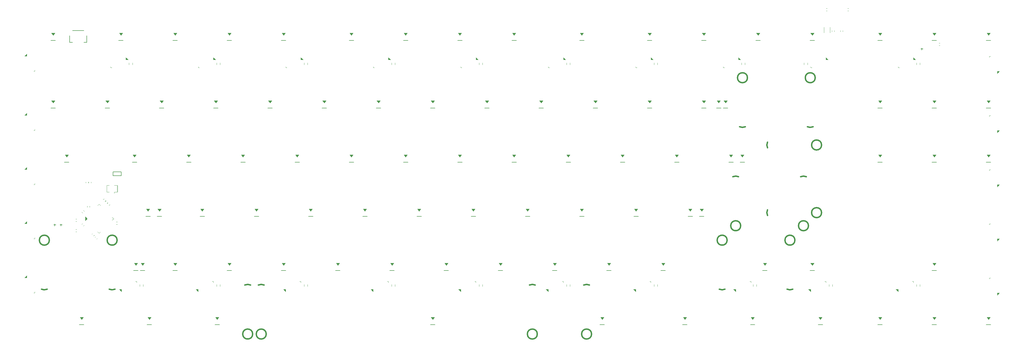
<source format=gbr>
%TF.GenerationSoftware,KiCad,Pcbnew,(5.1.12)-1*%
%TF.CreationDate,2022-11-23T00:37:26+07:00*%
%TF.ProjectId,Solder - Copy,536f6c64-6572-4202-9d20-436f70792e6b,rev?*%
%TF.SameCoordinates,Original*%
%TF.FileFunction,Legend,Bot*%
%TF.FilePolarity,Positive*%
%FSLAX46Y46*%
G04 Gerber Fmt 4.6, Leading zero omitted, Abs format (unit mm)*
G04 Created by KiCad (PCBNEW (5.1.12)-1) date 2022-11-23 00:37:26*
%MOMM*%
%LPD*%
G01*
G04 APERTURE LIST*
%ADD10C,0.120000*%
%ADD11C,0.100000*%
%ADD12C,0.150000*%
%ADD13C,0.500000*%
G04 APERTURE END LIST*
D10*
%TO.C,C9*%
X66929550Y-45493352D02*
X66929550Y-44793352D01*
X65729550Y-44793352D02*
X65729550Y-45493352D01*
%TO.C,C28*%
X96469550Y-122779355D02*
X96469550Y-123479355D01*
X97669550Y-123479355D02*
X97669550Y-122779355D01*
%TO.C,C27*%
X127209550Y-122779355D02*
X127209550Y-123479355D01*
X128409550Y-123479355D02*
X128409550Y-122779355D01*
%TO.C,C26*%
X188689550Y-122779355D02*
X188689550Y-123479355D01*
X189889550Y-123479355D02*
X189889550Y-122779355D01*
%TO.C,C25*%
X342389550Y-122779355D02*
X342389550Y-123479355D01*
X343589550Y-123479355D02*
X343589550Y-122779355D01*
%TO.C,C24*%
X69519550Y-122779355D02*
X69519550Y-123479355D01*
X70719550Y-123479355D02*
X70719550Y-122779355D01*
%TO.C,C23*%
X219429550Y-122779355D02*
X219429550Y-123479355D01*
X220629550Y-123479355D02*
X220629550Y-122779355D01*
%TO.C,C22*%
X312853867Y-123479355D02*
X312853867Y-122779355D01*
X311653867Y-122779355D02*
X311653867Y-123479355D01*
%TO.C,C21*%
X157949550Y-122779355D02*
X157949550Y-123479355D01*
X159149550Y-123479355D02*
X159149550Y-122779355D01*
%TO.C,C20*%
X284940212Y-122779355D02*
X284940212Y-123479355D01*
X286140212Y-123479355D02*
X286140212Y-122779355D01*
%TO.C,C19*%
X250169550Y-122779355D02*
X250169550Y-123479355D01*
X251369550Y-123479355D02*
X251369550Y-122779355D01*
%TO.C,C18*%
X342389550Y-44793352D02*
X342389550Y-45493352D01*
X343589550Y-45493352D02*
X343589550Y-44793352D01*
%TO.C,C17*%
X304079344Y-45493352D02*
X304079344Y-44793352D01*
X302879344Y-44793352D02*
X302879344Y-45493352D01*
%TO.C,C16*%
X189889550Y-45493352D02*
X189889550Y-44793352D01*
X188689550Y-44793352D02*
X188689550Y-45493352D01*
%TO.C,C15*%
X282109550Y-45493352D02*
X282109550Y-44793352D01*
X280909550Y-44793352D02*
X280909550Y-45493352D01*
%TO.C,C14*%
X220629550Y-45493352D02*
X220629550Y-44793352D01*
X219429550Y-44793352D02*
X219429550Y-45493352D01*
%TO.C,C13*%
X159149550Y-45493352D02*
X159149550Y-44793352D01*
X157949550Y-44793352D02*
X157949550Y-45493352D01*
%TO.C,C12*%
X251369550Y-45493352D02*
X251369550Y-44793352D01*
X250169550Y-44793352D02*
X250169550Y-45493352D01*
%TO.C,C11*%
X128409550Y-45493352D02*
X128409550Y-44793352D01*
X127209550Y-44793352D02*
X127209550Y-45493352D01*
%TO.C,C10*%
X97669550Y-45493352D02*
X97669550Y-44793352D01*
X96469550Y-44793352D02*
X96469550Y-45493352D01*
D11*
%TO.C,RGB5*%
G36*
X96152719Y-43746352D02*
G01*
X95352719Y-43746352D01*
X95352719Y-42946352D01*
X96152719Y-43746352D01*
G37*
X96152719Y-43746352D02*
X95352719Y-43746352D01*
X95352719Y-42946352D01*
X96152719Y-43746352D01*
D10*
X90035719Y-46543352D02*
X90035719Y-46143352D01*
X90035719Y-46543352D02*
X90435719Y-46543352D01*
D11*
%TO.C,RGB30*%
G36*
X62267237Y-124526355D02*
G01*
X63067237Y-124526355D01*
X63067237Y-125326355D01*
X62267237Y-124526355D01*
G37*
X62267237Y-124526355D02*
X63067237Y-124526355D01*
X63067237Y-125326355D01*
X62267237Y-124526355D01*
D10*
X68384237Y-121729355D02*
X68384237Y-122129355D01*
X68384237Y-121729355D02*
X67984237Y-121729355D01*
D11*
%TO.C,RGB29*%
G36*
X89216867Y-124526355D02*
G01*
X90016867Y-124526355D01*
X90016867Y-125326355D01*
X89216867Y-124526355D01*
G37*
X89216867Y-124526355D02*
X90016867Y-124526355D01*
X90016867Y-125326355D01*
X89216867Y-124526355D01*
D10*
X95333867Y-121729355D02*
X95333867Y-122129355D01*
X95333867Y-121729355D02*
X94933867Y-121729355D01*
D11*
%TO.C,RGB28*%
G36*
X119956867Y-124526355D02*
G01*
X120756867Y-124526355D01*
X120756867Y-125326355D01*
X119956867Y-124526355D01*
G37*
X119956867Y-124526355D02*
X120756867Y-124526355D01*
X120756867Y-125326355D01*
X119956867Y-124526355D01*
D10*
X126073867Y-121729355D02*
X126073867Y-122129355D01*
X126073867Y-121729355D02*
X125673867Y-121729355D01*
D11*
%TO.C,RGB27*%
G36*
X150696867Y-124526355D02*
G01*
X151496867Y-124526355D01*
X151496867Y-125326355D01*
X150696867Y-124526355D01*
G37*
X150696867Y-124526355D02*
X151496867Y-124526355D01*
X151496867Y-125326355D01*
X150696867Y-124526355D01*
D10*
X156813867Y-121729355D02*
X156813867Y-122129355D01*
X156813867Y-121729355D02*
X156413867Y-121729355D01*
D11*
%TO.C,RGB26*%
G36*
X181436867Y-124526355D02*
G01*
X182236867Y-124526355D01*
X182236867Y-125326355D01*
X181436867Y-124526355D01*
G37*
X181436867Y-124526355D02*
X182236867Y-124526355D01*
X182236867Y-125326355D01*
X181436867Y-124526355D01*
D10*
X187553867Y-121729355D02*
X187553867Y-122129355D01*
X187553867Y-121729355D02*
X187153867Y-121729355D01*
D11*
%TO.C,RGB25*%
G36*
X212176867Y-124526355D02*
G01*
X212976867Y-124526355D01*
X212976867Y-125326355D01*
X212176867Y-124526355D01*
G37*
X212176867Y-124526355D02*
X212976867Y-124526355D01*
X212976867Y-125326355D01*
X212176867Y-124526355D01*
D10*
X218293867Y-121729355D02*
X218293867Y-122129355D01*
X218293867Y-121729355D02*
X217893867Y-121729355D01*
D11*
%TO.C,RGB24*%
G36*
X242916867Y-124526355D02*
G01*
X243716867Y-124526355D01*
X243716867Y-125326355D01*
X242916867Y-124526355D01*
G37*
X242916867Y-124526355D02*
X243716867Y-124526355D01*
X243716867Y-125326355D01*
X242916867Y-124526355D01*
D10*
X249033867Y-121729355D02*
X249033867Y-122129355D01*
X249033867Y-121729355D02*
X248633867Y-121729355D01*
D11*
%TO.C,RGB23*%
G36*
X278068202Y-124526355D02*
G01*
X278868202Y-124526355D01*
X278868202Y-125326355D01*
X278068202Y-124526355D01*
G37*
X278068202Y-124526355D02*
X278868202Y-124526355D01*
X278868202Y-125326355D01*
X278068202Y-124526355D01*
D10*
X284185202Y-121729355D02*
X284185202Y-122129355D01*
X284185202Y-121729355D02*
X283785202Y-121729355D01*
%TO.C,RGB22*%
X310513867Y-121729355D02*
X310113867Y-121729355D01*
X310513867Y-121729355D02*
X310513867Y-122129355D01*
D11*
G36*
X304396867Y-124526355D02*
G01*
X305196867Y-124526355D01*
X305196867Y-125326355D01*
X304396867Y-124526355D01*
G37*
X304396867Y-124526355D02*
X305196867Y-124526355D01*
X305196867Y-125326355D01*
X304396867Y-124526355D01*
%TO.C,RGB21*%
G36*
X335136867Y-124526355D02*
G01*
X335936867Y-124526355D01*
X335936867Y-125326355D01*
X335136867Y-124526355D01*
G37*
X335136867Y-124526355D02*
X335936867Y-124526355D01*
X335936867Y-125326355D01*
X335136867Y-124526355D01*
D10*
X341253867Y-121729355D02*
X341253867Y-122129355D01*
X341253867Y-121729355D02*
X340853867Y-121729355D01*
D11*
%TO.C,RGB12*%
G36*
X370740867Y-126596355D02*
G01*
X370740867Y-125796355D01*
X371540867Y-125796355D01*
X370740867Y-126596355D01*
G37*
X370740867Y-126596355D02*
X370740867Y-125796355D01*
X371540867Y-125796355D01*
X370740867Y-126596355D01*
D10*
X367943867Y-120479355D02*
X368343867Y-120479355D01*
X367943867Y-120479355D02*
X367943867Y-120879355D01*
D11*
%TO.C,RGB9*%
G36*
X370740867Y-107546339D02*
G01*
X370740867Y-106746339D01*
X371540867Y-106746339D01*
X370740867Y-107546339D01*
G37*
X370740867Y-107546339D02*
X370740867Y-106746339D01*
X371540867Y-106746339D01*
X370740867Y-107546339D01*
D10*
X367943867Y-101429339D02*
X368343867Y-101429339D01*
X367943867Y-101429339D02*
X367943867Y-101829339D01*
D11*
%TO.C,RGB6*%
G36*
X370740867Y-88496323D02*
G01*
X370740867Y-87696323D01*
X371540867Y-87696323D01*
X370740867Y-88496323D01*
G37*
X370740867Y-88496323D02*
X370740867Y-87696323D01*
X371540867Y-87696323D01*
X370740867Y-88496323D01*
D10*
X367943867Y-82379323D02*
X368343867Y-82379323D01*
X367943867Y-82379323D02*
X367943867Y-82779323D01*
D11*
%TO.C,RGB3*%
G36*
X370740867Y-69446307D02*
G01*
X370740867Y-68646307D01*
X371540867Y-68646307D01*
X370740867Y-69446307D01*
G37*
X370740867Y-69446307D02*
X370740867Y-68646307D01*
X371540867Y-68646307D01*
X370740867Y-69446307D01*
D10*
X367943867Y-63329307D02*
X368343867Y-63329307D01*
X367943867Y-63329307D02*
X367943867Y-63729307D01*
D11*
%TO.C,RGB20*%
G36*
X370741083Y-48610352D02*
G01*
X370741083Y-47810352D01*
X371541083Y-47810352D01*
X370741083Y-48610352D01*
G37*
X370741083Y-48610352D02*
X370741083Y-47810352D01*
X371541083Y-47810352D01*
X370741083Y-48610352D01*
D10*
X367944083Y-42493352D02*
X368344083Y-42493352D01*
X367944083Y-42493352D02*
X367944083Y-42893352D01*
D11*
%TO.C,RGB19*%
G36*
X342071265Y-43746352D02*
G01*
X341271265Y-43746352D01*
X341271265Y-42946352D01*
X342071265Y-43746352D01*
G37*
X342071265Y-43746352D02*
X341271265Y-43746352D01*
X341271265Y-42946352D01*
X342071265Y-43746352D01*
D10*
X335954265Y-46543352D02*
X335954265Y-46143352D01*
X335954265Y-46543352D02*
X336354265Y-46543352D01*
D11*
%TO.C,RGB18*%
G36*
X311331447Y-43746352D02*
G01*
X310531447Y-43746352D01*
X310531447Y-42946352D01*
X311331447Y-43746352D01*
G37*
X311331447Y-43746352D02*
X310531447Y-43746352D01*
X310531447Y-42946352D01*
X311331447Y-43746352D01*
D10*
X305214447Y-46543352D02*
X305214447Y-46143352D01*
X305214447Y-46543352D02*
X305614447Y-46543352D01*
D11*
%TO.C,RGB17*%
G36*
X280591629Y-43746352D02*
G01*
X279791629Y-43746352D01*
X279791629Y-42946352D01*
X280591629Y-43746352D01*
G37*
X280591629Y-43746352D02*
X279791629Y-43746352D01*
X279791629Y-42946352D01*
X280591629Y-43746352D01*
D10*
X274474629Y-46543352D02*
X274474629Y-46143352D01*
X274474629Y-46543352D02*
X274874629Y-46543352D01*
D11*
%TO.C,RGB16*%
G36*
X249851810Y-43746352D02*
G01*
X249051810Y-43746352D01*
X249051810Y-42946352D01*
X249851810Y-43746352D01*
G37*
X249851810Y-43746352D02*
X249051810Y-43746352D01*
X249051810Y-42946352D01*
X249851810Y-43746352D01*
D10*
X243734810Y-46543352D02*
X243734810Y-46143352D01*
X243734810Y-46543352D02*
X244134810Y-46543352D01*
D11*
%TO.C,RGB15*%
G36*
X219111992Y-43746352D02*
G01*
X218311992Y-43746352D01*
X218311992Y-42946352D01*
X219111992Y-43746352D01*
G37*
X219111992Y-43746352D02*
X218311992Y-43746352D01*
X218311992Y-42946352D01*
X219111992Y-43746352D01*
D10*
X212994992Y-46543352D02*
X212994992Y-46143352D01*
X212994992Y-46543352D02*
X213394992Y-46543352D01*
D11*
%TO.C,RGB14*%
G36*
X188372174Y-43746352D02*
G01*
X187572174Y-43746352D01*
X187572174Y-42946352D01*
X188372174Y-43746352D01*
G37*
X188372174Y-43746352D02*
X187572174Y-43746352D01*
X187572174Y-42946352D01*
X188372174Y-43746352D01*
D10*
X182255174Y-46543352D02*
X182255174Y-46143352D01*
X182255174Y-46543352D02*
X182655174Y-46543352D01*
D11*
%TO.C,RGB11*%
G36*
X157632356Y-43746352D02*
G01*
X156832356Y-43746352D01*
X156832356Y-42946352D01*
X157632356Y-43746352D01*
G37*
X157632356Y-43746352D02*
X156832356Y-43746352D01*
X156832356Y-42946352D01*
X157632356Y-43746352D01*
D10*
X151515356Y-46543352D02*
X151515356Y-46143352D01*
X151515356Y-46543352D02*
X151915356Y-46543352D01*
D11*
%TO.C,RGB8*%
G36*
X126892538Y-43746352D02*
G01*
X126092538Y-43746352D01*
X126092538Y-42946352D01*
X126892538Y-43746352D01*
G37*
X126892538Y-43746352D02*
X126092538Y-43746352D01*
X126092538Y-42946352D01*
X126892538Y-43746352D01*
D10*
X120775538Y-46543352D02*
X120775538Y-46143352D01*
X120775538Y-46543352D02*
X121175538Y-46543352D01*
D11*
%TO.C,RGB2*%
G36*
X65412901Y-43746352D02*
G01*
X64612901Y-43746352D01*
X64612901Y-42946352D01*
X65412901Y-43746352D01*
G37*
X65412901Y-43746352D02*
X64612901Y-43746352D01*
X64612901Y-42946352D01*
X65412901Y-43746352D01*
D10*
X59295901Y-46543352D02*
X59295901Y-46143352D01*
X59295901Y-46543352D02*
X59695901Y-46543352D01*
%TO.C,RGB1*%
X32606083Y-125779355D02*
X32606083Y-125379355D01*
X32606083Y-125779355D02*
X32206083Y-125779355D01*
D11*
G36*
X29809083Y-119662355D02*
G01*
X29809083Y-120462355D01*
X29009083Y-120462355D01*
X29809083Y-119662355D01*
G37*
X29809083Y-119662355D02*
X29809083Y-120462355D01*
X29009083Y-120462355D01*
X29809083Y-119662355D01*
D10*
%TO.C,R5*%
X46944587Y-104254612D02*
X47344587Y-104254612D01*
X46944587Y-103404612D02*
X47344587Y-103404612D01*
D11*
%TO.C,RGB13*%
G36*
X29809083Y-41676352D02*
G01*
X29809083Y-42476352D01*
X29009083Y-42476352D01*
X29809083Y-41676352D01*
G37*
X29809083Y-41676352D02*
X29809083Y-42476352D01*
X29009083Y-42476352D01*
X29809083Y-41676352D01*
D10*
X32606083Y-47793352D02*
X32206083Y-47793352D01*
X32606083Y-47793352D02*
X32606083Y-47393352D01*
D11*
%TO.C,RGB10*%
G36*
X29809083Y-62512307D02*
G01*
X29809083Y-63312307D01*
X29009083Y-63312307D01*
X29809083Y-62512307D01*
G37*
X29809083Y-62512307D02*
X29809083Y-63312307D01*
X29009083Y-63312307D01*
X29809083Y-62512307D01*
D10*
X32606083Y-68629307D02*
X32206083Y-68629307D01*
X32606083Y-68629307D02*
X32606083Y-68229307D01*
D11*
%TO.C,RGB7*%
G36*
X29809083Y-81562323D02*
G01*
X29809083Y-82362323D01*
X29009083Y-82362323D01*
X29809083Y-81562323D01*
G37*
X29809083Y-81562323D02*
X29809083Y-82362323D01*
X29009083Y-82362323D01*
X29809083Y-81562323D01*
D10*
X32606083Y-87679323D02*
X32206083Y-87679323D01*
X32606083Y-87679323D02*
X32606083Y-87279323D01*
D11*
%TO.C,RGB4*%
G36*
X29809067Y-100612339D02*
G01*
X29809067Y-101412339D01*
X29009067Y-101412339D01*
X29809067Y-100612339D01*
G37*
X29809067Y-100612339D02*
X29809067Y-101412339D01*
X29009067Y-101412339D01*
X29809067Y-100612339D01*
D10*
X32606067Y-106729339D02*
X32206067Y-106729339D01*
X32606067Y-106729339D02*
X32606067Y-106329339D01*
D12*
%TO.C,J2*%
X44874837Y-37637112D02*
X45874837Y-37637112D01*
X44874837Y-35237112D02*
X44874837Y-37637112D01*
X49874837Y-33437112D02*
X45874837Y-33437112D01*
X50874837Y-37637112D02*
X50874837Y-35237112D01*
X49874837Y-37637112D02*
X50874837Y-37637112D01*
D13*
%TO.C,MX7*%
X37718587Y-107214612D02*
G75*
G03*
X37718587Y-107214612I-1750000J0D01*
G01*
X61531087Y-107214612D02*
G75*
G03*
X61531087Y-107214612I-1750000J0D01*
G01*
X58782138Y-124455137D02*
G75*
G03*
X60781087Y-124454612I998949J2000525D01*
G01*
X34969638Y-124455137D02*
G75*
G03*
X36968587Y-124454612I998949J2000525D01*
G01*
D11*
%TO.C,D86*%
G36*
X348630087Y-35137112D02*
G01*
X349230087Y-34337112D01*
X348030087Y-34337112D01*
X348630087Y-35137112D01*
G37*
X348630087Y-35137112D02*
X349230087Y-34337112D01*
X348030087Y-34337112D01*
X348630087Y-35137112D01*
D12*
X347830087Y-36937112D02*
X349430087Y-36937112D01*
D11*
%TO.C,D82*%
G36*
X329580087Y-35137112D02*
G01*
X330180087Y-34337112D01*
X328980087Y-34337112D01*
X329580087Y-35137112D01*
G37*
X329580087Y-35137112D02*
X330180087Y-34337112D01*
X328980087Y-34337112D01*
X329580087Y-35137112D01*
D12*
X328780087Y-36937112D02*
X330380087Y-36937112D01*
D11*
%TO.C,D91*%
G36*
X367680087Y-35137112D02*
G01*
X368280087Y-34337112D01*
X367080087Y-34337112D01*
X367680087Y-35137112D01*
G37*
X367680087Y-35137112D02*
X368280087Y-34337112D01*
X367080087Y-34337112D01*
X367680087Y-35137112D01*
D12*
X366880087Y-36937112D02*
X368480087Y-36937112D01*
D10*
%TO.C,R10*%
X315649837Y-33437112D02*
X315649837Y-33837112D01*
X316499837Y-33437112D02*
X316499837Y-33837112D01*
%TO.C,F1*%
X312019837Y-34249612D02*
X312019837Y-32249612D01*
X309879837Y-32249612D02*
X309879837Y-34249612D01*
D11*
%TO.C,D64*%
G36*
X267667587Y-35137112D02*
G01*
X268267587Y-34337112D01*
X267067587Y-34337112D01*
X267667587Y-35137112D01*
G37*
X267667587Y-35137112D02*
X268267587Y-34337112D01*
X267067587Y-34337112D01*
X267667587Y-35137112D01*
D12*
X266867587Y-36937112D02*
X268467587Y-36937112D01*
D10*
%TO.C,R9*%
X313499837Y-33837112D02*
X313499837Y-33437112D01*
X312649837Y-33837112D02*
X312649837Y-33437112D01*
%TO.C,R6*%
X311004837Y-25712112D02*
X310604837Y-25712112D01*
X311004837Y-26562112D02*
X310604837Y-26562112D01*
%TO.C,C8*%
X318544837Y-25712112D02*
X318144837Y-25712112D01*
X318544837Y-26562112D02*
X318144837Y-26562112D01*
%TO.C,R3*%
X350620587Y-37892112D02*
X350220587Y-37892112D01*
X350620587Y-38742112D02*
X350220587Y-38742112D01*
D11*
%TO.C,D22*%
G36*
X100980087Y-35137112D02*
G01*
X101580087Y-34337112D01*
X100380087Y-34337112D01*
X100980087Y-35137112D01*
G37*
X100980087Y-35137112D02*
X101580087Y-34337112D01*
X100380087Y-34337112D01*
X100980087Y-35137112D01*
D12*
X100180087Y-36937112D02*
X101780087Y-36937112D01*
D11*
%TO.C,D32*%
G36*
X143842587Y-35137112D02*
G01*
X144442587Y-34337112D01*
X143242587Y-34337112D01*
X143842587Y-35137112D01*
G37*
X143842587Y-35137112D02*
X144442587Y-34337112D01*
X143242587Y-34337112D01*
X143842587Y-35137112D01*
D12*
X143042587Y-36937112D02*
X144642587Y-36937112D01*
D11*
%TO.C,D76*%
G36*
X305767587Y-35137112D02*
G01*
X306367587Y-34337112D01*
X305167587Y-34337112D01*
X305767587Y-35137112D01*
G37*
X305767587Y-35137112D02*
X306367587Y-34337112D01*
X305167587Y-34337112D01*
X305767587Y-35137112D01*
D12*
X304967587Y-36937112D02*
X306567587Y-36937112D01*
D11*
%TO.C,D37*%
G36*
X162892587Y-35137112D02*
G01*
X163492587Y-34337112D01*
X162292587Y-34337112D01*
X162892587Y-35137112D01*
G37*
X162892587Y-35137112D02*
X163492587Y-34337112D01*
X162292587Y-34337112D01*
X162892587Y-35137112D01*
D12*
X162092587Y-36937112D02*
X163692587Y-36937112D01*
D11*
%TO.C,D70*%
G36*
X286717587Y-35137112D02*
G01*
X287317587Y-34337112D01*
X286117587Y-34337112D01*
X286717587Y-35137112D01*
G37*
X286717587Y-35137112D02*
X287317587Y-34337112D01*
X286117587Y-34337112D01*
X286717587Y-35137112D01*
D12*
X285917587Y-36937112D02*
X287517587Y-36937112D01*
D11*
%TO.C,D27*%
G36*
X120030087Y-35137112D02*
G01*
X120630087Y-34337112D01*
X119430087Y-34337112D01*
X120030087Y-35137112D01*
G37*
X120030087Y-35137112D02*
X120630087Y-34337112D01*
X119430087Y-34337112D01*
X120030087Y-35137112D01*
D12*
X119230087Y-36937112D02*
X120830087Y-36937112D01*
D11*
%TO.C,D53*%
G36*
X224805087Y-35137112D02*
G01*
X225405087Y-34337112D01*
X224205087Y-34337112D01*
X224805087Y-35137112D01*
G37*
X224805087Y-35137112D02*
X225405087Y-34337112D01*
X224205087Y-34337112D01*
X224805087Y-35137112D01*
D12*
X224005087Y-36937112D02*
X225605087Y-36937112D01*
D11*
%TO.C,D58*%
G36*
X248617587Y-35137112D02*
G01*
X249217587Y-34337112D01*
X248017587Y-34337112D01*
X248617587Y-35137112D01*
G37*
X248617587Y-35137112D02*
X249217587Y-34337112D01*
X248017587Y-34337112D01*
X248617587Y-35137112D01*
D12*
X247817587Y-36937112D02*
X249417587Y-36937112D01*
D11*
%TO.C,D43*%
G36*
X181942587Y-35137112D02*
G01*
X182542587Y-34337112D01*
X181342587Y-34337112D01*
X181942587Y-35137112D01*
G37*
X181942587Y-35137112D02*
X182542587Y-34337112D01*
X181342587Y-34337112D01*
X181942587Y-35137112D01*
D12*
X181142587Y-36937112D02*
X182742587Y-36937112D01*
D11*
%TO.C,D16*%
G36*
X81930087Y-35137112D02*
G01*
X82530087Y-34337112D01*
X81330087Y-34337112D01*
X81930087Y-35137112D01*
G37*
X81930087Y-35137112D02*
X82530087Y-34337112D01*
X81330087Y-34337112D01*
X81930087Y-35137112D01*
D12*
X81130087Y-36937112D02*
X82730087Y-36937112D01*
D11*
%TO.C,D48*%
G36*
X200992587Y-35137112D02*
G01*
X201592587Y-34337112D01*
X200392587Y-34337112D01*
X200992587Y-35137112D01*
G37*
X200992587Y-35137112D02*
X201592587Y-34337112D01*
X200392587Y-34337112D01*
X200992587Y-35137112D01*
D12*
X200192587Y-36937112D02*
X201792587Y-36937112D01*
D11*
%TO.C,D4*%
G36*
X39067587Y-35137112D02*
G01*
X39667587Y-34337112D01*
X38467587Y-34337112D01*
X39067587Y-35137112D01*
G37*
X39067587Y-35137112D02*
X39667587Y-34337112D01*
X38467587Y-34337112D01*
X39067587Y-35137112D01*
D12*
X38267587Y-36937112D02*
X39867587Y-36937112D01*
D11*
%TO.C,D10*%
G36*
X62880087Y-35137112D02*
G01*
X63480087Y-34337112D01*
X62280087Y-34337112D01*
X62880087Y-35137112D01*
G37*
X62880087Y-35137112D02*
X63480087Y-34337112D01*
X62280087Y-34337112D01*
X62880087Y-35137112D01*
D12*
X62080087Y-36937112D02*
X63680087Y-36937112D01*
D11*
%TO.C,D84*%
G36*
X329580087Y-77999612D02*
G01*
X330180087Y-77199612D01*
X328980087Y-77199612D01*
X329580087Y-77999612D01*
G37*
X329580087Y-77999612D02*
X330180087Y-77199612D01*
X328980087Y-77199612D01*
X329580087Y-77999612D01*
D12*
X328780087Y-79799612D02*
X330380087Y-79799612D01*
D11*
%TO.C,D93*%
G36*
X367680087Y-77999612D02*
G01*
X368280087Y-77199612D01*
X367080087Y-77199612D01*
X367680087Y-77999612D01*
G37*
X367680087Y-77999612D02*
X368280087Y-77199612D01*
X367080087Y-77199612D01*
X367680087Y-77999612D01*
D12*
X366880087Y-79799612D02*
X368480087Y-79799612D01*
D11*
%TO.C,D94*%
G36*
X367680087Y-135149612D02*
G01*
X368280087Y-134349612D01*
X367080087Y-134349612D01*
X367680087Y-135149612D01*
G37*
X367680087Y-135149612D02*
X368280087Y-134349612D01*
X367080087Y-134349612D01*
X367680087Y-135149612D01*
D12*
X366880087Y-136949612D02*
X368480087Y-136949612D01*
D11*
%TO.C,D89*%
G36*
X348630087Y-116099612D02*
G01*
X349230087Y-115299612D01*
X348030087Y-115299612D01*
X348630087Y-116099612D01*
G37*
X348630087Y-116099612D02*
X349230087Y-115299612D01*
X348030087Y-115299612D01*
X348630087Y-116099612D01*
D12*
X347830087Y-117899612D02*
X349430087Y-117899612D01*
D11*
%TO.C,D88*%
G36*
X348630087Y-77999612D02*
G01*
X349230087Y-77199612D01*
X348030087Y-77199612D01*
X348630087Y-77999612D01*
G37*
X348630087Y-77999612D02*
X349230087Y-77199612D01*
X348030087Y-77199612D01*
X348630087Y-77999612D01*
D12*
X347830087Y-79799612D02*
X349430087Y-79799612D01*
D11*
%TO.C,D85*%
G36*
X329580087Y-135149612D02*
G01*
X330180087Y-134349612D01*
X328980087Y-134349612D01*
X329580087Y-135149612D01*
G37*
X329580087Y-135149612D02*
X330180087Y-134349612D01*
X328980087Y-134349612D01*
X329580087Y-135149612D01*
D12*
X328780087Y-136949612D02*
X330380087Y-136949612D01*
D11*
%TO.C,D90*%
G36*
X348630087Y-135149612D02*
G01*
X349230087Y-134349612D01*
X348030087Y-134349612D01*
X348630087Y-135149612D01*
G37*
X348630087Y-135149612D02*
X349230087Y-134349612D01*
X348030087Y-134349612D01*
X348630087Y-135149612D01*
D12*
X347830087Y-136949612D02*
X349430087Y-136949612D01*
D11*
%TO.C,D92*%
G36*
X367680087Y-58949612D02*
G01*
X368280087Y-58149612D01*
X367080087Y-58149612D01*
X367680087Y-58949612D01*
G37*
X367680087Y-58949612D02*
X368280087Y-58149612D01*
X367080087Y-58149612D01*
X367680087Y-58949612D01*
D12*
X366880087Y-60749612D02*
X368480087Y-60749612D01*
D11*
%TO.C,D87*%
G36*
X348630087Y-58949612D02*
G01*
X349230087Y-58149612D01*
X348030087Y-58149612D01*
X348630087Y-58949612D01*
G37*
X348630087Y-58949612D02*
X349230087Y-58149612D01*
X348030087Y-58149612D01*
X348630087Y-58949612D01*
D12*
X347830087Y-60749612D02*
X349430087Y-60749612D01*
D11*
%TO.C,D83*%
G36*
X329580087Y-58949612D02*
G01*
X330180087Y-58149612D01*
X328980087Y-58149612D01*
X329580087Y-58949612D01*
G37*
X329580087Y-58949612D02*
X330180087Y-58149612D01*
X328980087Y-58149612D01*
X329580087Y-58949612D01*
D12*
X328780087Y-60749612D02*
X330380087Y-60749612D01*
D10*
%TO.C,R2*%
X47344587Y-99804612D02*
X46944587Y-99804612D01*
X47344587Y-100654612D02*
X46944587Y-100654612D01*
D12*
%TO.C,U2*%
X60099837Y-84499612D02*
X60099837Y-83199612D01*
X62999837Y-84499612D02*
X60099837Y-84499612D01*
X62999837Y-83199612D02*
X62999837Y-84499612D01*
X62999837Y-83199612D02*
X60099837Y-83199612D01*
D13*
%TO.C,MX96*%
X282987337Y-50064612D02*
G75*
G03*
X282987337Y-50064612I-1750000J0D01*
G01*
X306799837Y-50064612D02*
G75*
G03*
X306799837Y-50064612I-1750000J0D01*
G01*
X280238388Y-67305137D02*
G75*
G03*
X282237337Y-67304612I998949J2000525D01*
G01*
X304050888Y-67305137D02*
G75*
G03*
X306049837Y-67304612I998949J2000525D01*
G01*
D11*
%TO.C,D81*%
G36*
X308621767Y-135149612D02*
G01*
X309221767Y-134349612D01*
X308021767Y-134349612D01*
X308621767Y-135149612D01*
G37*
X308621767Y-135149612D02*
X309221767Y-134349612D01*
X308021767Y-134349612D01*
X308621767Y-135149612D01*
D12*
X307821767Y-136949612D02*
X309421767Y-136949612D01*
D11*
%TO.C,D80*%
G36*
X305767587Y-116099612D02*
G01*
X306367587Y-115299612D01*
X305167587Y-115299612D01*
X305767587Y-116099612D01*
G37*
X305767587Y-116099612D02*
X306367587Y-115299612D01*
X305167587Y-115299612D01*
X305767587Y-116099612D01*
D12*
X304967587Y-117899612D02*
X306567587Y-117899612D01*
D11*
%TO.C,D75*%
G36*
X284809267Y-135149612D02*
G01*
X285409267Y-134349612D01*
X284209267Y-134349612D01*
X284809267Y-135149612D01*
G37*
X284809267Y-135149612D02*
X285409267Y-134349612D01*
X284209267Y-134349612D01*
X284809267Y-135149612D01*
D12*
X284009267Y-136949612D02*
X285609267Y-136949612D01*
D11*
%TO.C,D74*%
G36*
X289098837Y-116099612D02*
G01*
X289698837Y-115299612D01*
X288498837Y-115299612D01*
X289098837Y-116099612D01*
G37*
X289098837Y-116099612D02*
X289698837Y-115299612D01*
X288498837Y-115299612D01*
X289098837Y-116099612D01*
D12*
X288298837Y-117899612D02*
X289898837Y-117899612D01*
D11*
%TO.C,D73*%
G36*
X266905087Y-97049612D02*
G01*
X267505087Y-96249612D01*
X266305087Y-96249612D01*
X266905087Y-97049612D01*
G37*
X266905087Y-97049612D02*
X267505087Y-96249612D01*
X266305087Y-96249612D01*
X266905087Y-97049612D01*
D12*
X266105087Y-98849612D02*
X267705087Y-98849612D01*
D11*
%TO.C,D69*%
G36*
X260996767Y-135149612D02*
G01*
X261596767Y-134349612D01*
X260396767Y-134349612D01*
X260996767Y-135149612D01*
G37*
X260996767Y-135149612D02*
X261596767Y-134349612D01*
X260396767Y-134349612D01*
X260996767Y-135149612D01*
D12*
X260196767Y-136949612D02*
X261796767Y-136949612D01*
D11*
%TO.C,D67*%
G36*
X262905087Y-97049612D02*
G01*
X263505087Y-96249612D01*
X262305087Y-96249612D01*
X262905087Y-97049612D01*
G37*
X262905087Y-97049612D02*
X263505087Y-96249612D01*
X262305087Y-96249612D01*
X262905087Y-97049612D01*
D12*
X262105087Y-98849612D02*
X263705087Y-98849612D01*
D11*
%TO.C,D63*%
G36*
X231948837Y-135149612D02*
G01*
X232548837Y-134349612D01*
X231348837Y-134349612D01*
X231948837Y-135149612D01*
G37*
X231948837Y-135149612D02*
X232548837Y-134349612D01*
X231348837Y-134349612D01*
X231948837Y-135149612D01*
D12*
X231148837Y-136949612D02*
X232748837Y-136949612D01*
D13*
%TO.C,MX90*%
X309022337Y-97530862D02*
G75*
G03*
X309022337Y-97530862I-1750000J0D01*
G01*
X309022337Y-73718362D02*
G75*
G03*
X309022337Y-73718362I-1750000J0D01*
G01*
X290031812Y-72719413D02*
G75*
G03*
X290032337Y-74718362I2000525J-998949D01*
G01*
X290031812Y-96531913D02*
G75*
G03*
X290032337Y-98530862I2000525J-998949D01*
G01*
%TO.C,MX43*%
X228218587Y-140234612D02*
G75*
G03*
X228218587Y-140234612I-1750000J0D01*
G01*
X113918587Y-140234612D02*
G75*
G03*
X113918587Y-140234612I-1750000J0D01*
G01*
X113167536Y-122994087D02*
G75*
G03*
X111168587Y-122994612I-998949J-2000525D01*
G01*
X227467536Y-122994087D02*
G75*
G03*
X225468587Y-122994612I-998949J-2000525D01*
G01*
D11*
%TO.C,D68*%
G36*
X253380087Y-116099612D02*
G01*
X253980087Y-115299612D01*
X252780087Y-115299612D01*
X253380087Y-116099612D01*
G37*
X253380087Y-116099612D02*
X253980087Y-115299612D01*
X252780087Y-115299612D01*
X253380087Y-116099612D01*
D12*
X252580087Y-117899612D02*
X254180087Y-117899612D01*
D11*
%TO.C,D62*%
G36*
X234330087Y-116099612D02*
G01*
X234930087Y-115299612D01*
X233730087Y-115299612D01*
X234330087Y-116099612D01*
G37*
X234330087Y-116099612D02*
X234930087Y-115299612D01*
X233730087Y-115299612D01*
X234330087Y-116099612D01*
D12*
X233530087Y-117899612D02*
X235130087Y-117899612D01*
D11*
%TO.C,D57*%
G36*
X215280087Y-116099612D02*
G01*
X215880087Y-115299612D01*
X214680087Y-115299612D01*
X215280087Y-116099612D01*
G37*
X215280087Y-116099612D02*
X215880087Y-115299612D01*
X214680087Y-115299612D01*
X215280087Y-116099612D01*
D12*
X214480087Y-117899612D02*
X216080087Y-117899612D01*
D11*
%TO.C,D52*%
G36*
X196230087Y-116099612D02*
G01*
X196830087Y-115299612D01*
X195630087Y-115299612D01*
X196230087Y-116099612D01*
G37*
X196230087Y-116099612D02*
X196830087Y-115299612D01*
X195630087Y-115299612D01*
X196230087Y-116099612D01*
D12*
X195430087Y-117899612D02*
X197030087Y-117899612D01*
D11*
%TO.C,D47*%
G36*
X177180087Y-116099612D02*
G01*
X177780087Y-115299612D01*
X176580087Y-115299612D01*
X177180087Y-116099612D01*
G37*
X177180087Y-116099612D02*
X177780087Y-115299612D01*
X176580087Y-115299612D01*
X177180087Y-116099612D01*
D12*
X176380087Y-117899612D02*
X177980087Y-117899612D01*
D11*
%TO.C,D42*%
G36*
X172417587Y-135149612D02*
G01*
X173017587Y-134349612D01*
X171817587Y-134349612D01*
X172417587Y-135149612D01*
G37*
X172417587Y-135149612D02*
X173017587Y-134349612D01*
X171817587Y-134349612D01*
X172417587Y-135149612D01*
D12*
X171617587Y-136949612D02*
X173217587Y-136949612D01*
D11*
%TO.C,D41*%
G36*
X158130087Y-116099612D02*
G01*
X158730087Y-115299612D01*
X157530087Y-115299612D01*
X158130087Y-116099612D01*
G37*
X158130087Y-116099612D02*
X158730087Y-115299612D01*
X157530087Y-115299612D01*
X158130087Y-116099612D01*
D12*
X157330087Y-117899612D02*
X158930087Y-117899612D01*
D11*
%TO.C,D36*%
G36*
X139080087Y-116099612D02*
G01*
X139680087Y-115299612D01*
X138480087Y-115299612D01*
X139080087Y-116099612D01*
G37*
X139080087Y-116099612D02*
X139680087Y-115299612D01*
X138480087Y-115299612D01*
X139080087Y-116099612D01*
D12*
X138280087Y-117899612D02*
X139880087Y-117899612D01*
D11*
%TO.C,D31*%
G36*
X120030087Y-116099612D02*
G01*
X120630087Y-115299612D01*
X119430087Y-115299612D01*
X120030087Y-116099612D01*
G37*
X120030087Y-116099612D02*
X120630087Y-115299612D01*
X119430087Y-115299612D01*
X120030087Y-116099612D01*
D12*
X119230087Y-117899612D02*
X120830087Y-117899612D01*
D11*
%TO.C,D21*%
G36*
X96690617Y-135149612D02*
G01*
X97290617Y-134349612D01*
X96090617Y-134349612D01*
X96690617Y-135149612D01*
G37*
X96690617Y-135149612D02*
X97290617Y-134349612D01*
X96090617Y-134349612D01*
X96690617Y-135149612D01*
D12*
X95890617Y-136949612D02*
X97490617Y-136949612D01*
D11*
%TO.C,D15*%
G36*
X72878017Y-135149612D02*
G01*
X73478017Y-134349612D01*
X72278017Y-134349612D01*
X72878017Y-135149612D01*
G37*
X72878017Y-135149612D02*
X73478017Y-134349612D01*
X72278017Y-134349612D01*
X72878017Y-135149612D01*
D12*
X72078017Y-136949612D02*
X73678017Y-136949612D01*
D11*
%TO.C,D54*%
G36*
X210517587Y-58949612D02*
G01*
X211117587Y-58149612D01*
X209917587Y-58149612D01*
X210517587Y-58949612D01*
G37*
X210517587Y-58949612D02*
X211117587Y-58149612D01*
X209917587Y-58149612D01*
X210517587Y-58949612D01*
D12*
X209717587Y-60749612D02*
X211317587Y-60749612D01*
D13*
%TO.C,MX49*%
X109162437Y-140234612D02*
G75*
G03*
X109162437Y-140234612I-1750000J0D01*
G01*
X209162237Y-140234612D02*
G75*
G03*
X209162237Y-140234612I-1750000J0D01*
G01*
X108411386Y-122994087D02*
G75*
G03*
X106412437Y-122994612I-998949J-2000525D01*
G01*
X208411186Y-122994087D02*
G75*
G03*
X206412237Y-122994612I-998949J-2000525D01*
G01*
%TO.C,MX87*%
X275843587Y-107214612D02*
G75*
G03*
X275843587Y-107214612I-1750000J0D01*
G01*
X299656087Y-107214612D02*
G75*
G03*
X299656087Y-107214612I-1750000J0D01*
G01*
X273094638Y-124455137D02*
G75*
G03*
X275093587Y-124454612I998949J2000525D01*
G01*
X296907138Y-124455137D02*
G75*
G03*
X298906087Y-124454612I998949J2000525D01*
G01*
%TO.C,MX85*%
X304418587Y-102134612D02*
G75*
G03*
X304418587Y-102134612I-1750000J0D01*
G01*
X280606087Y-102134612D02*
G75*
G03*
X280606087Y-102134612I-1750000J0D01*
G01*
X303667536Y-84894087D02*
G75*
G03*
X301668587Y-84894612I-998949J-2000525D01*
G01*
X279855036Y-84894087D02*
G75*
G03*
X277856087Y-84894612I-998949J-2000525D01*
G01*
D11*
%TO.C,D79*%
G36*
X272902962Y-58949612D02*
G01*
X273502962Y-58149612D01*
X272302962Y-58149612D01*
X272902962Y-58949612D01*
G37*
X272902962Y-58949612D02*
X273502962Y-58149612D01*
X272302962Y-58149612D01*
X272902962Y-58949612D01*
D12*
X272102962Y-60749612D02*
X273702962Y-60749612D01*
D11*
%TO.C,D78*%
G36*
X281192587Y-77999612D02*
G01*
X281792587Y-77199612D01*
X280592587Y-77199612D01*
X281192587Y-77999612D01*
G37*
X281192587Y-77999612D02*
X281792587Y-77199612D01*
X280592587Y-77199612D01*
X281192587Y-77999612D01*
D12*
X280392587Y-79799612D02*
X281992587Y-79799612D01*
D11*
%TO.C,D77*%
G36*
X275284212Y-58949612D02*
G01*
X275884212Y-58149612D01*
X274684212Y-58149612D01*
X275284212Y-58949612D01*
G37*
X275284212Y-58949612D02*
X275884212Y-58149612D01*
X274684212Y-58149612D01*
X275284212Y-58949612D01*
D12*
X274484212Y-60749612D02*
X276084212Y-60749612D01*
D11*
%TO.C,D72*%
G36*
X277192587Y-77999612D02*
G01*
X277792587Y-77199612D01*
X276592587Y-77199612D01*
X277192587Y-77999612D01*
G37*
X277192587Y-77999612D02*
X277792587Y-77199612D01*
X276592587Y-77199612D01*
X277192587Y-77999612D01*
D12*
X276392587Y-79799612D02*
X277992587Y-79799612D01*
D11*
%TO.C,D71*%
G36*
X267667587Y-58949612D02*
G01*
X268267587Y-58149612D01*
X267067587Y-58149612D01*
X267667587Y-58949612D01*
G37*
X267667587Y-58949612D02*
X268267587Y-58149612D01*
X267067587Y-58149612D01*
X267667587Y-58949612D01*
D12*
X266867587Y-60749612D02*
X268467587Y-60749612D01*
D11*
%TO.C,D66*%
G36*
X258142587Y-77999612D02*
G01*
X258742587Y-77199612D01*
X257542587Y-77199612D01*
X258142587Y-77999612D01*
G37*
X258142587Y-77999612D02*
X258742587Y-77199612D01*
X257542587Y-77199612D01*
X258142587Y-77999612D01*
D12*
X257342587Y-79799612D02*
X258942587Y-79799612D01*
D11*
%TO.C,D65*%
G36*
X248617587Y-58949612D02*
G01*
X249217587Y-58149612D01*
X248017587Y-58149612D01*
X248617587Y-58949612D01*
G37*
X248617587Y-58949612D02*
X249217587Y-58149612D01*
X248017587Y-58149612D01*
X248617587Y-58949612D01*
D12*
X247817587Y-60749612D02*
X249417587Y-60749612D01*
D11*
%TO.C,D61*%
G36*
X243855087Y-97049612D02*
G01*
X244455087Y-96249612D01*
X243255087Y-96249612D01*
X243855087Y-97049612D01*
G37*
X243855087Y-97049612D02*
X244455087Y-96249612D01*
X243255087Y-96249612D01*
X243855087Y-97049612D01*
D12*
X243055087Y-98849612D02*
X244655087Y-98849612D01*
D11*
%TO.C,D60*%
G36*
X239092587Y-77999612D02*
G01*
X239692587Y-77199612D01*
X238492587Y-77199612D01*
X239092587Y-77999612D01*
G37*
X239092587Y-77999612D02*
X239692587Y-77199612D01*
X238492587Y-77199612D01*
X239092587Y-77999612D01*
D12*
X238292587Y-79799612D02*
X239892587Y-79799612D01*
D11*
%TO.C,D59*%
G36*
X229567587Y-58949612D02*
G01*
X230167587Y-58149612D01*
X228967587Y-58149612D01*
X229567587Y-58949612D01*
G37*
X229567587Y-58949612D02*
X230167587Y-58149612D01*
X228967587Y-58149612D01*
X229567587Y-58949612D01*
D12*
X228767587Y-60749612D02*
X230367587Y-60749612D01*
D11*
%TO.C,D56*%
G36*
X224805087Y-97049612D02*
G01*
X225405087Y-96249612D01*
X224205087Y-96249612D01*
X224805087Y-97049612D01*
G37*
X224805087Y-97049612D02*
X225405087Y-96249612D01*
X224205087Y-96249612D01*
X224805087Y-97049612D01*
D12*
X224005087Y-98849612D02*
X225605087Y-98849612D01*
D11*
%TO.C,D55*%
G36*
X220042587Y-77999612D02*
G01*
X220642587Y-77199612D01*
X219442587Y-77199612D01*
X220042587Y-77999612D01*
G37*
X220042587Y-77999612D02*
X220642587Y-77199612D01*
X219442587Y-77199612D01*
X220042587Y-77999612D01*
D12*
X219242587Y-79799612D02*
X220842587Y-79799612D01*
D11*
%TO.C,D51*%
G36*
X205755087Y-97049612D02*
G01*
X206355087Y-96249612D01*
X205155087Y-96249612D01*
X205755087Y-97049612D01*
G37*
X205755087Y-97049612D02*
X206355087Y-96249612D01*
X205155087Y-96249612D01*
X205755087Y-97049612D01*
D12*
X204955087Y-98849612D02*
X206555087Y-98849612D01*
D11*
%TO.C,D50*%
G36*
X200992587Y-77999612D02*
G01*
X201592587Y-77199612D01*
X200392587Y-77199612D01*
X200992587Y-77999612D01*
G37*
X200992587Y-77999612D02*
X201592587Y-77199612D01*
X200392587Y-77199612D01*
X200992587Y-77999612D01*
D12*
X200192587Y-79799612D02*
X201792587Y-79799612D01*
D11*
%TO.C,D49*%
G36*
X191467587Y-58949612D02*
G01*
X192067587Y-58149612D01*
X190867587Y-58149612D01*
X191467587Y-58949612D01*
G37*
X191467587Y-58949612D02*
X192067587Y-58149612D01*
X190867587Y-58149612D01*
X191467587Y-58949612D01*
D12*
X190667587Y-60749612D02*
X192267587Y-60749612D01*
D11*
%TO.C,D46*%
G36*
X186705087Y-97049612D02*
G01*
X187305087Y-96249612D01*
X186105087Y-96249612D01*
X186705087Y-97049612D01*
G37*
X186705087Y-97049612D02*
X187305087Y-96249612D01*
X186105087Y-96249612D01*
X186705087Y-97049612D01*
D12*
X185905087Y-98849612D02*
X187505087Y-98849612D01*
D11*
%TO.C,D45*%
G36*
X181942587Y-77999612D02*
G01*
X182542587Y-77199612D01*
X181342587Y-77199612D01*
X181942587Y-77999612D01*
G37*
X181942587Y-77999612D02*
X182542587Y-77199612D01*
X181342587Y-77199612D01*
X181942587Y-77999612D01*
D12*
X181142587Y-79799612D02*
X182742587Y-79799612D01*
D11*
%TO.C,D44*%
G36*
X172417587Y-58949612D02*
G01*
X173017587Y-58149612D01*
X171817587Y-58149612D01*
X172417587Y-58949612D01*
G37*
X172417587Y-58949612D02*
X173017587Y-58149612D01*
X171817587Y-58149612D01*
X172417587Y-58949612D01*
D12*
X171617587Y-60749612D02*
X173217587Y-60749612D01*
D11*
%TO.C,D40*%
G36*
X167655087Y-97049612D02*
G01*
X168255087Y-96249612D01*
X167055087Y-96249612D01*
X167655087Y-97049612D01*
G37*
X167655087Y-97049612D02*
X168255087Y-96249612D01*
X167055087Y-96249612D01*
X167655087Y-97049612D01*
D12*
X166855087Y-98849612D02*
X168455087Y-98849612D01*
D11*
%TO.C,D39*%
G36*
X162892587Y-77999612D02*
G01*
X163492587Y-77199612D01*
X162292587Y-77199612D01*
X162892587Y-77999612D01*
G37*
X162892587Y-77999612D02*
X163492587Y-77199612D01*
X162292587Y-77199612D01*
X162892587Y-77999612D01*
D12*
X162092587Y-79799612D02*
X163692587Y-79799612D01*
D11*
%TO.C,D38*%
G36*
X153367587Y-58949612D02*
G01*
X153967587Y-58149612D01*
X152767587Y-58149612D01*
X153367587Y-58949612D01*
G37*
X153367587Y-58949612D02*
X153967587Y-58149612D01*
X152767587Y-58149612D01*
X153367587Y-58949612D01*
D12*
X152567587Y-60749612D02*
X154167587Y-60749612D01*
D11*
%TO.C,D35*%
G36*
X148605087Y-97049612D02*
G01*
X149205087Y-96249612D01*
X148005087Y-96249612D01*
X148605087Y-97049612D01*
G37*
X148605087Y-97049612D02*
X149205087Y-96249612D01*
X148005087Y-96249612D01*
X148605087Y-97049612D01*
D12*
X147805087Y-98849612D02*
X149405087Y-98849612D01*
D11*
%TO.C,D34*%
G36*
X143842587Y-77999612D02*
G01*
X144442587Y-77199612D01*
X143242587Y-77199612D01*
X143842587Y-77999612D01*
G37*
X143842587Y-77999612D02*
X144442587Y-77199612D01*
X143242587Y-77199612D01*
X143842587Y-77999612D01*
D12*
X143042587Y-79799612D02*
X144642587Y-79799612D01*
D11*
%TO.C,D33*%
G36*
X134317587Y-58949612D02*
G01*
X134917587Y-58149612D01*
X133717587Y-58149612D01*
X134317587Y-58949612D01*
G37*
X134317587Y-58949612D02*
X134917587Y-58149612D01*
X133717587Y-58149612D01*
X134317587Y-58949612D01*
D12*
X133517587Y-60749612D02*
X135117587Y-60749612D01*
D11*
%TO.C,D30*%
G36*
X129555087Y-97049612D02*
G01*
X130155087Y-96249612D01*
X128955087Y-96249612D01*
X129555087Y-97049612D01*
G37*
X129555087Y-97049612D02*
X130155087Y-96249612D01*
X128955087Y-96249612D01*
X129555087Y-97049612D01*
D12*
X128755087Y-98849612D02*
X130355087Y-98849612D01*
D11*
%TO.C,D29*%
G36*
X124792587Y-77999612D02*
G01*
X125392587Y-77199612D01*
X124192587Y-77199612D01*
X124792587Y-77999612D01*
G37*
X124792587Y-77999612D02*
X125392587Y-77199612D01*
X124192587Y-77199612D01*
X124792587Y-77999612D01*
D12*
X123992587Y-79799612D02*
X125592587Y-79799612D01*
D11*
%TO.C,D28*%
G36*
X115267587Y-58949612D02*
G01*
X115867587Y-58149612D01*
X114667587Y-58149612D01*
X115267587Y-58949612D01*
G37*
X115267587Y-58949612D02*
X115867587Y-58149612D01*
X114667587Y-58149612D01*
X115267587Y-58949612D01*
D12*
X114467587Y-60749612D02*
X116067587Y-60749612D01*
D11*
%TO.C,D26*%
G36*
X100980087Y-116099612D02*
G01*
X101580087Y-115299612D01*
X100380087Y-115299612D01*
X100980087Y-116099612D01*
G37*
X100980087Y-116099612D02*
X101580087Y-115299612D01*
X100380087Y-115299612D01*
X100980087Y-116099612D01*
D12*
X100180087Y-117899612D02*
X101780087Y-117899612D01*
D11*
%TO.C,D25*%
G36*
X110505087Y-97049612D02*
G01*
X111105087Y-96249612D01*
X109905087Y-96249612D01*
X110505087Y-97049612D01*
G37*
X110505087Y-97049612D02*
X111105087Y-96249612D01*
X109905087Y-96249612D01*
X110505087Y-97049612D01*
D12*
X109705087Y-98849612D02*
X111305087Y-98849612D01*
D11*
%TO.C,D24*%
G36*
X105742587Y-77999612D02*
G01*
X106342587Y-77199612D01*
X105142587Y-77199612D01*
X105742587Y-77999612D01*
G37*
X105742587Y-77999612D02*
X106342587Y-77199612D01*
X105142587Y-77199612D01*
X105742587Y-77999612D01*
D12*
X104942587Y-79799612D02*
X106542587Y-79799612D01*
D11*
%TO.C,D23*%
G36*
X96217587Y-58949612D02*
G01*
X96817587Y-58149612D01*
X95617587Y-58149612D01*
X96217587Y-58949612D01*
G37*
X96217587Y-58949612D02*
X96817587Y-58149612D01*
X95617587Y-58149612D01*
X96217587Y-58949612D01*
D12*
X95417587Y-60749612D02*
X97017587Y-60749612D01*
D11*
%TO.C,D20*%
G36*
X81930087Y-116099612D02*
G01*
X82530087Y-115299612D01*
X81330087Y-115299612D01*
X81930087Y-116099612D01*
G37*
X81930087Y-116099612D02*
X82530087Y-115299612D01*
X81330087Y-115299612D01*
X81930087Y-116099612D01*
D12*
X81130087Y-117899612D02*
X82730087Y-117899612D01*
D11*
%TO.C,D19*%
G36*
X91455087Y-97049612D02*
G01*
X92055087Y-96249612D01*
X90855087Y-96249612D01*
X91455087Y-97049612D01*
G37*
X91455087Y-97049612D02*
X92055087Y-96249612D01*
X90855087Y-96249612D01*
X91455087Y-97049612D01*
D12*
X90655087Y-98849612D02*
X92255087Y-98849612D01*
D11*
%TO.C,D18*%
G36*
X86692587Y-77999612D02*
G01*
X87292587Y-77199612D01*
X86092587Y-77199612D01*
X86692587Y-77999612D01*
G37*
X86692587Y-77999612D02*
X87292587Y-77199612D01*
X86092587Y-77199612D01*
X86692587Y-77999612D01*
D12*
X85892587Y-79799612D02*
X87492587Y-79799612D01*
D11*
%TO.C,D17*%
G36*
X77167587Y-58949612D02*
G01*
X77767587Y-58149612D01*
X76567587Y-58149612D01*
X77167587Y-58949612D01*
G37*
X77167587Y-58949612D02*
X77767587Y-58149612D01*
X76567587Y-58149612D01*
X77167587Y-58949612D01*
D12*
X76367587Y-60749612D02*
X77967587Y-60749612D01*
D11*
%TO.C,D14*%
G36*
X70496757Y-116099612D02*
G01*
X71096757Y-115299612D01*
X69896757Y-115299612D01*
X70496757Y-116099612D01*
G37*
X70496757Y-116099612D02*
X71096757Y-115299612D01*
X69896757Y-115299612D01*
X70496757Y-116099612D01*
D12*
X69696757Y-117899612D02*
X71296757Y-117899612D01*
D11*
%TO.C,D13*%
G36*
X72405087Y-97049612D02*
G01*
X73005087Y-96249612D01*
X71805087Y-96249612D01*
X72405087Y-97049612D01*
G37*
X72405087Y-97049612D02*
X73005087Y-96249612D01*
X71805087Y-96249612D01*
X72405087Y-97049612D01*
D12*
X71605087Y-98849612D02*
X73205087Y-98849612D01*
D11*
%TO.C,D12*%
G36*
X67642587Y-77999612D02*
G01*
X68242587Y-77199612D01*
X67042587Y-77199612D01*
X67642587Y-77999612D01*
G37*
X67642587Y-77999612D02*
X68242587Y-77199612D01*
X67042587Y-77199612D01*
X67642587Y-77999612D01*
D12*
X66842587Y-79799612D02*
X68442587Y-79799612D01*
D11*
%TO.C,D11*%
G36*
X58117587Y-58949612D02*
G01*
X58717587Y-58149612D01*
X57517587Y-58149612D01*
X58117587Y-58949612D01*
G37*
X58117587Y-58949612D02*
X58717587Y-58149612D01*
X57517587Y-58149612D01*
X58117587Y-58949612D01*
D12*
X57317587Y-60749612D02*
X58917587Y-60749612D01*
D11*
%TO.C,D9*%
G36*
X49065417Y-135149612D02*
G01*
X49665417Y-134349612D01*
X48465417Y-134349612D01*
X49065417Y-135149612D01*
G37*
X49065417Y-135149612D02*
X49665417Y-134349612D01*
X48465417Y-134349612D01*
X49065417Y-135149612D01*
D12*
X48265417Y-136949612D02*
X49865417Y-136949612D01*
D11*
%TO.C,D8*%
G36*
X68115497Y-116099612D02*
G01*
X68715497Y-115299612D01*
X67515497Y-115299612D01*
X68115497Y-116099612D01*
G37*
X68115497Y-116099612D02*
X68715497Y-115299612D01*
X67515497Y-115299612D01*
X68115497Y-116099612D01*
D12*
X67315497Y-117899612D02*
X68915497Y-117899612D01*
D11*
%TO.C,D7*%
G36*
X76405087Y-97049612D02*
G01*
X77005087Y-96249612D01*
X75805087Y-96249612D01*
X76405087Y-97049612D01*
G37*
X76405087Y-97049612D02*
X77005087Y-96249612D01*
X75805087Y-96249612D01*
X76405087Y-97049612D01*
D12*
X75605087Y-98849612D02*
X77205087Y-98849612D01*
D11*
%TO.C,D6*%
G36*
X43830087Y-77999612D02*
G01*
X44430087Y-77199612D01*
X43230087Y-77199612D01*
X43830087Y-77999612D01*
G37*
X43830087Y-77999612D02*
X44430087Y-77199612D01*
X43230087Y-77199612D01*
X43830087Y-77999612D01*
D12*
X43030087Y-79799612D02*
X44630087Y-79799612D01*
D11*
%TO.C,D5*%
G36*
X39067587Y-58949612D02*
G01*
X39667587Y-58149612D01*
X38467587Y-58149612D01*
X39067587Y-58949612D01*
G37*
X39067587Y-58949612D02*
X39667587Y-58149612D01*
X38467587Y-58149612D01*
X39067587Y-58949612D01*
D12*
X38267587Y-60749612D02*
X39867587Y-60749612D01*
D10*
%TO.C,R8*%
X51534212Y-86699610D02*
X51534212Y-87099610D01*
X52384212Y-86699610D02*
X52384212Y-87099610D01*
%TO.C,R7*%
X51384212Y-87099610D02*
X51384212Y-86699610D01*
X50534212Y-87099610D02*
X50534212Y-86699610D01*
D11*
%TO.C,U1*%
G36*
X50359874Y-98931190D02*
G01*
X51078294Y-99649610D01*
X50359874Y-100368030D01*
X50359874Y-98931190D01*
G37*
X50359874Y-98931190D02*
X51078294Y-99649610D01*
X50359874Y-100368030D01*
X50359874Y-98931190D01*
D10*
X54696560Y-104242269D02*
X55209212Y-104754921D01*
X59801871Y-99136958D02*
X60314523Y-99649610D01*
X55209212Y-94544299D02*
X54696560Y-95056951D01*
X55209212Y-104754921D02*
X55721864Y-104242269D01*
X55721864Y-95056951D02*
X55209212Y-94544299D01*
X60314523Y-99649610D02*
X59801871Y-100162262D01*
%TO.C,R4*%
X54321793Y-106794925D02*
X54604636Y-106512082D01*
X53720752Y-106193884D02*
X54003595Y-105911041D01*
%TO.C,R1*%
X57263357Y-93529603D02*
X57546200Y-93246760D01*
X56662316Y-92928562D02*
X56945159Y-92645719D01*
%TO.C,C7*%
X57970464Y-94236708D02*
X58253307Y-93953865D01*
X57369423Y-93635667D02*
X57652266Y-93352824D01*
%TO.C,C4*%
X50008442Y-97029781D02*
X49725599Y-96746938D01*
X49407401Y-97630822D02*
X49124558Y-97347979D01*
%TO.C,C6*%
X61196397Y-101665599D02*
X61596397Y-101665599D01*
X61196397Y-100815599D02*
X61596397Y-100815599D01*
%TO.C,C2*%
X51034212Y-95219610D02*
X51034212Y-95619610D01*
X51884212Y-95219610D02*
X51884212Y-95619610D01*
%TO.C,C5*%
X58677569Y-94943816D02*
X58960412Y-94660973D01*
X58076528Y-94342775D02*
X58359371Y-94059932D01*
%TO.C,C3*%
X49407401Y-101314847D02*
X49124558Y-101597690D01*
X50008442Y-101915888D02*
X49725599Y-102198731D01*
%TO.C,C1*%
X52942935Y-104850381D02*
X52660092Y-105133224D01*
X53543976Y-105451422D02*
X53261133Y-105734265D01*
%TO.C,Y1*%
X61712138Y-89905697D02*
X61712138Y-90305697D01*
X61512138Y-89905697D02*
X61512138Y-90305697D01*
X57912138Y-89905697D02*
X57912138Y-90305697D01*
X61712138Y-87905697D02*
X61712138Y-89905697D01*
X60512138Y-90305697D02*
X60512138Y-90705697D01*
X60512138Y-90305697D02*
X61512138Y-90305697D01*
X61512138Y-89905697D02*
X61512138Y-87905697D01*
X61512138Y-87905697D02*
X60512138Y-87905697D01*
X58712138Y-87905697D02*
X57912138Y-87905697D01*
X57912138Y-87905697D02*
X57912138Y-89905697D01*
X57912138Y-90305697D02*
X58712138Y-90305697D01*
%TO.C,D3*%
D12*
X343880134Y-39912540D02*
X344642039Y-39912540D01*
X344261087Y-40293492D02*
X344261087Y-39531588D01*
%TO.C,D1*%
X39238884Y-101825040D02*
X40000789Y-101825040D01*
X39619837Y-102205992D02*
X39619837Y-101444088D01*
%TO.C,D2*%
X41461384Y-101825040D02*
X42223289Y-101825040D01*
X41842337Y-102205992D02*
X41842337Y-101444088D01*
%TD*%
M02*

</source>
